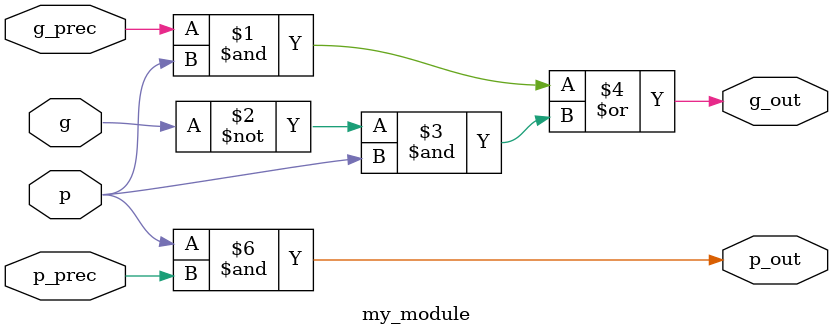
<source format=v>
module my_module (g, p, g_prec, p_prec, g_out, p_out);
  input g, p, g_prec, p_prec;
  output g_out, p_out;
  wire n5;

  // AOI21 gate implementation
  assign n5 = ~(g_prec & p | ~g & p);

  // AND2 gate implementation
  assign p_out = p & p_prec;

  // Inverter implementation
  assign g_out = ~n5;
endmodule
</source>
